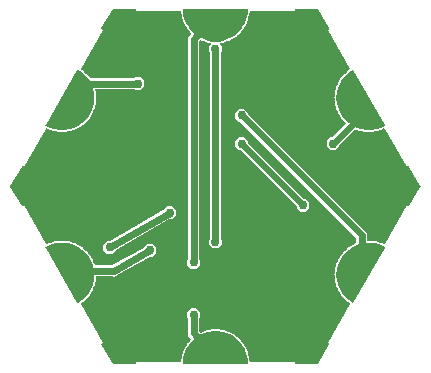
<source format=gbr>
G04 EAGLE Gerber RS-274X export*
G75*
%MOMM*%
%FSLAX34Y34*%
%LPD*%
%INBottom Copper*%
%IPPOS*%
%AMOC8*
5,1,8,0,0,1.08239X$1,22.5*%
G01*
%ADD10C,1.000000*%
%ADD11C,0.756400*%
%ADD12C,0.609600*%

G36*
X278630Y195708D02*
X278630Y195708D01*
X278658Y195706D01*
X278726Y195728D01*
X278797Y195742D01*
X278820Y195758D01*
X278847Y195767D01*
X278902Y195814D01*
X278961Y195855D01*
X278976Y195879D01*
X278998Y195897D01*
X279029Y195962D01*
X279068Y196022D01*
X279073Y196050D01*
X279085Y196076D01*
X279094Y196177D01*
X279101Y196219D01*
X279099Y196229D01*
X279100Y196242D01*
X278982Y197719D01*
X316815Y197719D01*
X316900Y197736D01*
X316985Y197748D01*
X316997Y197756D01*
X317011Y197758D01*
X317083Y197807D01*
X317157Y197852D01*
X317165Y197863D01*
X317177Y197871D01*
X317224Y197943D01*
X317275Y198014D01*
X317279Y198028D01*
X317286Y198039D01*
X317296Y198094D01*
X317320Y198188D01*
X317422Y199547D01*
X317413Y199617D01*
X317413Y199687D01*
X317401Y199718D01*
X317397Y199746D01*
X317372Y199790D01*
X317346Y199854D01*
X317343Y199859D01*
X317487Y200492D01*
X317488Y200526D01*
X317499Y200567D01*
X317547Y201214D01*
X317551Y201217D01*
X317595Y201273D01*
X317644Y201323D01*
X317657Y201353D01*
X317674Y201376D01*
X317688Y201425D01*
X317715Y201489D01*
X318242Y203799D01*
X318244Y203869D01*
X318254Y203939D01*
X318247Y203971D01*
X318247Y203999D01*
X318228Y204047D01*
X318213Y204114D01*
X318210Y204119D01*
X318447Y204723D01*
X318454Y204758D01*
X318470Y204796D01*
X318614Y205429D01*
X318619Y205431D01*
X318670Y205480D01*
X318727Y205522D01*
X318744Y205550D01*
X318764Y205570D01*
X318785Y205617D01*
X318821Y205676D01*
X319687Y207881D01*
X319699Y207951D01*
X319719Y208018D01*
X319717Y208051D01*
X319722Y208078D01*
X319710Y208129D01*
X319704Y208198D01*
X319703Y208203D01*
X320027Y208765D01*
X320039Y208798D01*
X320060Y208833D01*
X320297Y209437D01*
X320303Y209439D01*
X320360Y209480D01*
X320423Y209513D01*
X320444Y209538D01*
X320467Y209554D01*
X320494Y209598D01*
X320539Y209651D01*
X321724Y211702D01*
X321733Y211730D01*
X321736Y211735D01*
X321738Y211745D01*
X321746Y211769D01*
X321776Y211833D01*
X321779Y211866D01*
X321787Y211892D01*
X321784Y211944D01*
X321788Y212013D01*
X321788Y212018D01*
X322192Y212526D01*
X322208Y212557D01*
X322235Y212588D01*
X322559Y213150D01*
X322565Y213152D01*
X322628Y213183D01*
X322694Y213207D01*
X322719Y213228D01*
X322744Y213241D01*
X322778Y213280D01*
X322830Y213325D01*
X324307Y215178D01*
X324339Y215240D01*
X324379Y215299D01*
X324386Y215331D01*
X324399Y215356D01*
X324403Y215407D01*
X324417Y215475D01*
X324418Y215480D01*
X324893Y215922D01*
X324914Y215950D01*
X324945Y215977D01*
X325382Y216526D01*
X325395Y216530D01*
X325452Y216578D01*
X325513Y216621D01*
X325527Y216643D01*
X325547Y216660D01*
X325581Y216727D01*
X325621Y216790D01*
X325625Y216816D01*
X325637Y216840D01*
X325642Y216914D01*
X325654Y216988D01*
X325648Y217013D01*
X325650Y217040D01*
X325626Y217110D01*
X325609Y217183D01*
X325593Y217206D01*
X325585Y217229D01*
X325549Y217269D01*
X325506Y217331D01*
X323087Y219750D01*
X323087Y234348D01*
X323086Y234356D01*
X323087Y234363D01*
X323066Y234453D01*
X323048Y234544D01*
X323043Y234551D01*
X323041Y234558D01*
X322939Y234706D01*
X322353Y235292D01*
X322353Y239688D01*
X325462Y242797D01*
X329858Y242797D01*
X332967Y239688D01*
X332967Y235292D01*
X332381Y234706D01*
X332377Y234700D01*
X332371Y234695D01*
X332322Y234617D01*
X332270Y234539D01*
X332269Y234532D01*
X332265Y234525D01*
X332233Y234348D01*
X332233Y223748D01*
X332234Y223740D01*
X332233Y223733D01*
X332254Y223643D01*
X332272Y223552D01*
X332277Y223545D01*
X332279Y223538D01*
X332381Y223390D01*
X333282Y222488D01*
X333300Y222477D01*
X333313Y222460D01*
X333383Y222422D01*
X333449Y222378D01*
X333470Y222374D01*
X333488Y222363D01*
X333568Y222355D01*
X333646Y222340D01*
X333667Y222344D01*
X333687Y222342D01*
X333790Y222371D01*
X333842Y222382D01*
X333850Y222387D01*
X333861Y222390D01*
X334709Y222798D01*
X334765Y222841D01*
X334826Y222877D01*
X334846Y222902D01*
X334868Y222919D01*
X334894Y222964D01*
X334937Y223018D01*
X334940Y223023D01*
X335560Y223214D01*
X335590Y223231D01*
X335630Y223242D01*
X336215Y223524D01*
X336220Y223522D01*
X336290Y223512D01*
X336358Y223494D01*
X336391Y223498D01*
X336419Y223494D01*
X336469Y223508D01*
X336537Y223516D01*
X338801Y224214D01*
X338863Y224248D01*
X338929Y224274D01*
X338952Y224297D01*
X338977Y224310D01*
X339009Y224350D01*
X339060Y224398D01*
X339063Y224402D01*
X339704Y224499D01*
X339737Y224511D01*
X339778Y224516D01*
X340399Y224707D01*
X340403Y224704D01*
X340471Y224684D01*
X340536Y224657D01*
X340569Y224656D01*
X340596Y224648D01*
X340647Y224653D01*
X340716Y224651D01*
X343059Y225004D01*
X343125Y225029D01*
X343194Y225045D01*
X343221Y225063D01*
X343247Y225073D01*
X343285Y225108D01*
X343342Y225147D01*
X343346Y225151D01*
X343995Y225151D01*
X344029Y225158D01*
X344070Y225157D01*
X344712Y225254D01*
X344716Y225250D01*
X344780Y225221D01*
X344840Y225183D01*
X344872Y225177D01*
X344898Y225166D01*
X344949Y225164D01*
X345017Y225151D01*
X347387Y225151D01*
X347456Y225165D01*
X347526Y225171D01*
X347556Y225185D01*
X347583Y225191D01*
X347626Y225220D01*
X347688Y225250D01*
X347692Y225254D01*
X348334Y225157D01*
X348369Y225159D01*
X348409Y225151D01*
X349058Y225151D01*
X349062Y225147D01*
X349121Y225108D01*
X349175Y225062D01*
X349206Y225052D01*
X349229Y225036D01*
X349280Y225027D01*
X349345Y225004D01*
X351688Y224651D01*
X351759Y224655D01*
X351829Y224650D01*
X351860Y224660D01*
X351888Y224661D01*
X351935Y224684D01*
X352001Y224704D01*
X352005Y224707D01*
X352626Y224516D01*
X352660Y224512D01*
X352700Y224499D01*
X353341Y224402D01*
X353344Y224398D01*
X353397Y224350D01*
X353443Y224297D01*
X353472Y224282D01*
X353493Y224263D01*
X353542Y224246D01*
X353603Y224214D01*
X355867Y223516D01*
X355937Y223509D01*
X356006Y223494D01*
X356038Y223499D01*
X356066Y223496D01*
X356116Y223511D01*
X356184Y223522D01*
X356189Y223524D01*
X356774Y223242D01*
X356807Y223234D01*
X356844Y223214D01*
X357464Y223023D01*
X357467Y223018D01*
X357512Y222964D01*
X357550Y222904D01*
X357576Y222885D01*
X357594Y222863D01*
X357639Y222839D01*
X357695Y222798D01*
X359830Y221770D01*
X359898Y221753D01*
X359964Y221727D01*
X359997Y221728D01*
X360024Y221721D01*
X360075Y221728D01*
X360144Y221729D01*
X360150Y221730D01*
X360686Y221365D01*
X360718Y221351D01*
X360751Y221327D01*
X361336Y221045D01*
X361338Y221040D01*
X361374Y220979D01*
X361403Y220915D01*
X361426Y220892D01*
X361440Y220867D01*
X361482Y220837D01*
X361531Y220788D01*
X363488Y219454D01*
X363553Y219426D01*
X363615Y219391D01*
X363647Y219387D01*
X363673Y219376D01*
X363724Y219376D01*
X363793Y219366D01*
X363799Y219366D01*
X364274Y218925D01*
X364304Y218907D01*
X364334Y218877D01*
X364870Y218512D01*
X364871Y218507D01*
X364897Y218441D01*
X364916Y218373D01*
X364936Y218347D01*
X364946Y218321D01*
X364983Y218284D01*
X365024Y218229D01*
X366761Y216618D01*
X366821Y216581D01*
X366876Y216537D01*
X366908Y216528D01*
X366932Y216513D01*
X366983Y216505D01*
X367049Y216485D01*
X367055Y216485D01*
X367459Y215977D01*
X367486Y215955D01*
X367511Y215922D01*
X367986Y215480D01*
X367987Y215475D01*
X368003Y215406D01*
X368011Y215336D01*
X368027Y215307D01*
X368033Y215280D01*
X368064Y215239D01*
X368097Y215178D01*
X369574Y213325D01*
X369628Y213280D01*
X369676Y213229D01*
X369706Y213215D01*
X369727Y213197D01*
X369777Y213181D01*
X369839Y213152D01*
X369845Y213150D01*
X370169Y212588D01*
X370192Y212562D01*
X370212Y212526D01*
X370616Y212018D01*
X370616Y212013D01*
X370622Y211942D01*
X370620Y211872D01*
X370631Y211841D01*
X370633Y211813D01*
X370657Y211767D01*
X370680Y211702D01*
X371865Y209651D01*
X371912Y209598D01*
X371952Y209540D01*
X371979Y209521D01*
X371998Y209500D01*
X372044Y209478D01*
X372101Y209439D01*
X372107Y209437D01*
X372344Y208833D01*
X372362Y208804D01*
X372377Y208765D01*
X372701Y208203D01*
X372700Y208198D01*
X372695Y208127D01*
X372682Y208058D01*
X372689Y208026D01*
X372687Y207998D01*
X372704Y207949D01*
X372717Y207881D01*
X373583Y205676D01*
X373621Y205616D01*
X373652Y205553D01*
X373676Y205531D01*
X373691Y205507D01*
X373734Y205478D01*
X373785Y205431D01*
X373790Y205429D01*
X373934Y204796D01*
X373948Y204764D01*
X373957Y204723D01*
X374194Y204119D01*
X374191Y204114D01*
X374177Y204045D01*
X374154Y203979D01*
X374155Y203946D01*
X374149Y203918D01*
X374159Y203868D01*
X374162Y203799D01*
X374689Y201489D01*
X374718Y201425D01*
X374739Y201357D01*
X374760Y201332D01*
X374771Y201306D01*
X374809Y201271D01*
X374853Y201217D01*
X374857Y201214D01*
X374905Y200567D01*
X374915Y200533D01*
X374917Y200492D01*
X375061Y199859D01*
X375058Y199854D01*
X375033Y199788D01*
X375000Y199726D01*
X374997Y199693D01*
X374987Y199667D01*
X374989Y199615D01*
X374982Y199547D01*
X375084Y198188D01*
X375107Y198105D01*
X375126Y198020D01*
X375134Y198009D01*
X375138Y197995D01*
X375191Y197927D01*
X375242Y197857D01*
X375254Y197849D01*
X375262Y197838D01*
X375338Y197797D01*
X375412Y197751D01*
X375427Y197748D01*
X375438Y197742D01*
X375494Y197736D01*
X375589Y197719D01*
X413422Y197719D01*
X413304Y196242D01*
X413308Y196213D01*
X413303Y196185D01*
X413320Y196116D01*
X413328Y196044D01*
X413343Y196020D01*
X413349Y195992D01*
X413392Y195934D01*
X413428Y195872D01*
X413450Y195855D01*
X413467Y195832D01*
X413529Y195795D01*
X413586Y195752D01*
X413614Y195745D01*
X413638Y195730D01*
X413738Y195714D01*
X413779Y195703D01*
X413789Y195705D01*
X413802Y195703D01*
X432802Y195703D01*
X432878Y195718D01*
X432956Y195727D01*
X432975Y195738D01*
X432997Y195742D01*
X433061Y195786D01*
X433129Y195825D01*
X433145Y195844D01*
X433161Y195855D01*
X433185Y195893D01*
X433235Y195953D01*
X442735Y212453D01*
X442744Y212480D01*
X442760Y212504D01*
X442775Y212574D01*
X442798Y212642D01*
X442795Y212670D01*
X442801Y212698D01*
X442788Y212769D01*
X442782Y212840D01*
X442769Y212865D01*
X442763Y212893D01*
X442723Y212953D01*
X442690Y213016D01*
X442668Y213034D01*
X442652Y213058D01*
X442569Y213116D01*
X442537Y213143D01*
X442526Y213146D01*
X442516Y213153D01*
X441197Y213777D01*
X460088Y246497D01*
X460115Y246579D01*
X460147Y246660D01*
X460147Y246674D01*
X460152Y246687D01*
X460145Y246774D01*
X460144Y246860D01*
X460138Y246873D01*
X460137Y246887D01*
X460098Y246964D01*
X460062Y247044D01*
X460052Y247054D01*
X460046Y247066D01*
X460003Y247102D01*
X459934Y247170D01*
X458814Y247933D01*
X458749Y247960D01*
X458687Y247995D01*
X458655Y248000D01*
X458629Y248011D01*
X458577Y248011D01*
X458509Y248021D01*
X458503Y248021D01*
X458028Y248462D01*
X457998Y248480D01*
X457968Y248509D01*
X457432Y248874D01*
X457431Y248880D01*
X457404Y248945D01*
X457386Y249013D01*
X457366Y249039D01*
X457356Y249065D01*
X457319Y249102D01*
X457278Y249157D01*
X455539Y250770D01*
X455478Y250806D01*
X455423Y250850D01*
X455392Y250860D01*
X455368Y250874D01*
X455317Y250882D01*
X455250Y250902D01*
X455245Y250902D01*
X454840Y251410D01*
X454814Y251432D01*
X454789Y251465D01*
X454313Y251906D01*
X454313Y251912D01*
X454296Y251980D01*
X454288Y252051D01*
X454272Y252079D01*
X454266Y252107D01*
X454235Y252148D01*
X454202Y252209D01*
X452723Y254063D01*
X452669Y254108D01*
X452621Y254159D01*
X452591Y254173D01*
X452570Y254191D01*
X452520Y254207D01*
X452458Y254236D01*
X452452Y254238D01*
X452128Y254800D01*
X452105Y254826D01*
X452085Y254862D01*
X451680Y255369D01*
X451681Y255375D01*
X451675Y255445D01*
X451677Y255516D01*
X451666Y255547D01*
X451664Y255574D01*
X451640Y255620D01*
X451616Y255685D01*
X450430Y257739D01*
X450383Y257792D01*
X450343Y257850D01*
X450316Y257868D01*
X450297Y257889D01*
X450251Y257911D01*
X450193Y257950D01*
X450188Y257952D01*
X449951Y258556D01*
X449932Y258585D01*
X449918Y258624D01*
X449593Y259186D01*
X449595Y259191D01*
X449599Y259262D01*
X449612Y259331D01*
X449606Y259363D01*
X449607Y259391D01*
X449590Y259440D01*
X449577Y259508D01*
X448710Y261715D01*
X448672Y261774D01*
X448641Y261838D01*
X448616Y261860D01*
X448601Y261884D01*
X448559Y261913D01*
X448507Y261959D01*
X448503Y261962D01*
X448358Y262595D01*
X448344Y262626D01*
X448336Y262667D01*
X448099Y263271D01*
X448101Y263276D01*
X448116Y263345D01*
X448139Y263412D01*
X448137Y263445D01*
X448143Y263472D01*
X448133Y263523D01*
X448130Y263592D01*
X447602Y265904D01*
X447573Y265968D01*
X447552Y266035D01*
X447531Y266061D01*
X447519Y266086D01*
X447482Y266121D01*
X447438Y266175D01*
X447434Y266179D01*
X447385Y266826D01*
X447376Y266859D01*
X447374Y266901D01*
X447229Y267533D01*
X447232Y267538D01*
X447257Y267604D01*
X447290Y267667D01*
X447293Y267699D01*
X447303Y267726D01*
X447301Y267777D01*
X447308Y267846D01*
X447131Y270211D01*
X447111Y270278D01*
X447101Y270348D01*
X447084Y270377D01*
X447076Y270404D01*
X447044Y270444D01*
X447009Y270504D01*
X447005Y270508D01*
X447054Y271155D01*
X447049Y271189D01*
X447054Y271231D01*
X447005Y271878D01*
X447009Y271882D01*
X447043Y271943D01*
X447085Y272000D01*
X447093Y272032D01*
X447107Y272057D01*
X447113Y272108D01*
X447130Y272175D01*
X447306Y274540D01*
X447298Y274610D01*
X447297Y274680D01*
X447285Y274711D01*
X447281Y274739D01*
X447256Y274783D01*
X447230Y274847D01*
X447227Y274852D01*
X447371Y275485D01*
X447372Y275519D01*
X447382Y275560D01*
X447431Y276207D01*
X447435Y276210D01*
X447478Y276266D01*
X447528Y276316D01*
X447541Y276346D01*
X447558Y276369D01*
X447571Y276418D01*
X447598Y276482D01*
X448125Y278794D01*
X448127Y278864D01*
X448132Y278889D01*
X448131Y278891D01*
X448137Y278935D01*
X448130Y278966D01*
X448130Y278994D01*
X448112Y279043D01*
X448096Y279110D01*
X448093Y279115D01*
X448330Y279719D01*
X448336Y279753D01*
X448353Y279791D01*
X448497Y280424D01*
X448502Y280427D01*
X448553Y280476D01*
X448609Y280518D01*
X448626Y280546D01*
X448647Y280565D01*
X448667Y280612D01*
X448704Y280671D01*
X449569Y282879D01*
X449582Y282949D01*
X449602Y283016D01*
X449599Y283049D01*
X449604Y283076D01*
X449593Y283127D01*
X449587Y283196D01*
X449586Y283201D01*
X449910Y283763D01*
X449921Y283796D01*
X449943Y283831D01*
X450180Y284435D01*
X450185Y284438D01*
X450243Y284478D01*
X450305Y284511D01*
X450326Y284536D01*
X450349Y284553D01*
X450376Y284596D01*
X450421Y284649D01*
X451606Y286703D01*
X451629Y286770D01*
X451659Y286834D01*
X451661Y286866D01*
X451670Y286893D01*
X451666Y286944D01*
X451671Y287014D01*
X451670Y287019D01*
X452075Y287526D01*
X452091Y287557D01*
X452117Y287589D01*
X452442Y288151D01*
X452447Y288153D01*
X452510Y288184D01*
X452577Y288208D01*
X452601Y288229D01*
X452626Y288242D01*
X452660Y288281D01*
X452712Y288326D01*
X454190Y290181D01*
X454222Y290244D01*
X454262Y290302D01*
X454269Y290334D01*
X454282Y290359D01*
X454286Y290411D01*
X454300Y290478D01*
X454300Y290484D01*
X454776Y290925D01*
X454796Y290953D01*
X454828Y290981D01*
X455232Y291488D01*
X455237Y291489D01*
X455305Y291511D01*
X455374Y291524D01*
X455402Y291542D01*
X455428Y291550D01*
X455468Y291584D01*
X455526Y291621D01*
X457263Y293235D01*
X457305Y293292D01*
X457352Y293344D01*
X457364Y293375D01*
X457380Y293397D01*
X457392Y293448D01*
X457417Y293512D01*
X457418Y293518D01*
X457954Y293883D01*
X457978Y293908D01*
X458013Y293931D01*
X458489Y294372D01*
X458494Y294372D01*
X458564Y294383D01*
X458634Y294386D01*
X458664Y294400D01*
X458692Y294404D01*
X458736Y294432D01*
X458799Y294460D01*
X460758Y295796D01*
X460807Y295847D01*
X460862Y295891D01*
X460878Y295920D01*
X460898Y295940D01*
X460917Y295988D01*
X460951Y296048D01*
X460952Y296053D01*
X461537Y296335D01*
X461565Y296356D01*
X461603Y296373D01*
X462139Y296739D01*
X462144Y296738D01*
X462215Y296738D01*
X462285Y296731D01*
X462316Y296740D01*
X462344Y296740D01*
X462392Y296761D01*
X462458Y296779D01*
X464595Y297809D01*
X464651Y297851D01*
X464712Y297887D01*
X464732Y297913D01*
X464754Y297930D01*
X464780Y297974D01*
X464823Y298029D01*
X464825Y298034D01*
X465172Y298140D01*
X465198Y298155D01*
X465228Y298162D01*
X465286Y298203D01*
X465348Y298236D01*
X465367Y298260D01*
X465391Y298278D01*
X465429Y298338D01*
X465473Y298393D01*
X465481Y298422D01*
X465497Y298448D01*
X465512Y298532D01*
X465528Y298586D01*
X465525Y298604D01*
X465529Y298625D01*
X465529Y302494D01*
X465528Y302502D01*
X465529Y302509D01*
X465508Y302599D01*
X465490Y302690D01*
X465485Y302697D01*
X465483Y302704D01*
X465381Y302852D01*
X367288Y400945D01*
X367282Y400949D01*
X367277Y400955D01*
X367199Y401004D01*
X367122Y401056D01*
X367114Y401057D01*
X367107Y401061D01*
X366930Y401093D01*
X366102Y401093D01*
X362993Y404202D01*
X362993Y408598D01*
X366102Y411707D01*
X370498Y411707D01*
X373607Y408598D01*
X373607Y407770D01*
X373608Y407762D01*
X373607Y407755D01*
X373628Y407665D01*
X373646Y407574D01*
X373651Y407567D01*
X373653Y407560D01*
X373755Y407412D01*
X474675Y306492D01*
X474675Y300673D01*
X474676Y300668D01*
X474675Y300663D01*
X474696Y300570D01*
X474714Y300477D01*
X474717Y300472D01*
X474719Y300467D01*
X474773Y300390D01*
X474827Y300311D01*
X474831Y300308D01*
X474835Y300304D01*
X474916Y300253D01*
X474995Y300202D01*
X475000Y300201D01*
X475005Y300198D01*
X475182Y300166D01*
X477278Y300167D01*
X477348Y300181D01*
X477418Y300186D01*
X477447Y300201D01*
X477475Y300206D01*
X477518Y300235D01*
X477580Y300266D01*
X477584Y300269D01*
X478226Y300173D01*
X478260Y300174D01*
X478301Y300167D01*
X478950Y300167D01*
X478954Y300163D01*
X479013Y300124D01*
X479067Y300078D01*
X479098Y300068D01*
X479121Y300052D01*
X479172Y300043D01*
X479237Y300020D01*
X481582Y299668D01*
X481653Y299671D01*
X481723Y299666D01*
X481754Y299676D01*
X481782Y299678D01*
X481829Y299700D01*
X481874Y299714D01*
X481880Y299716D01*
X481883Y299717D01*
X481895Y299721D01*
X481900Y299724D01*
X482520Y299532D01*
X482554Y299529D01*
X482594Y299516D01*
X483235Y299419D01*
X483239Y299415D01*
X483291Y299367D01*
X483337Y299314D01*
X483366Y299299D01*
X483387Y299280D01*
X483436Y299263D01*
X483497Y299231D01*
X485764Y298533D01*
X485834Y298526D01*
X485903Y298511D01*
X485935Y298516D01*
X485963Y298513D01*
X486012Y298528D01*
X486081Y298539D01*
X486086Y298541D01*
X486671Y298259D01*
X486704Y298251D01*
X486741Y298232D01*
X487361Y298041D01*
X487364Y298036D01*
X487408Y297981D01*
X487446Y297922D01*
X487473Y297902D01*
X487491Y297881D01*
X487536Y297857D01*
X487592Y297816D01*
X488830Y297220D01*
X488914Y297199D01*
X488997Y297173D01*
X489011Y297174D01*
X489024Y297171D01*
X489110Y297184D01*
X489196Y297192D01*
X489209Y297198D01*
X489223Y297200D01*
X489296Y297245D01*
X489373Y297286D01*
X489383Y297298D01*
X489394Y297305D01*
X489427Y297349D01*
X489489Y297424D01*
X508381Y330145D01*
X509618Y329291D01*
X509645Y329280D01*
X509667Y329261D01*
X509736Y329241D01*
X509801Y329213D01*
X509830Y329213D01*
X509858Y329205D01*
X509929Y329213D01*
X510000Y329213D01*
X510027Y329224D01*
X510056Y329227D01*
X510118Y329262D01*
X510183Y329290D01*
X510204Y329310D01*
X510229Y329325D01*
X510292Y329402D01*
X510322Y329432D01*
X510326Y329442D01*
X510335Y329453D01*
X519835Y345953D01*
X519845Y345985D01*
X519854Y345998D01*
X519858Y346022D01*
X519859Y346026D01*
X519890Y346096D01*
X519890Y346120D01*
X519898Y346142D01*
X519892Y346218D01*
X519893Y346295D01*
X519883Y346319D01*
X519882Y346340D01*
X519861Y346379D01*
X519835Y346451D01*
X510335Y362951D01*
X510316Y362973D01*
X510303Y362999D01*
X510250Y363047D01*
X510203Y363100D01*
X510177Y363113D01*
X510156Y363132D01*
X510088Y363155D01*
X510024Y363186D01*
X509995Y363188D01*
X509968Y363197D01*
X509896Y363192D01*
X509825Y363195D01*
X509798Y363185D01*
X509769Y363183D01*
X509679Y363141D01*
X509639Y363126D01*
X509631Y363119D01*
X509618Y363113D01*
X508381Y362259D01*
X489489Y394980D01*
X489432Y395045D01*
X489378Y395113D01*
X489366Y395120D01*
X489357Y395131D01*
X489279Y395168D01*
X489203Y395210D01*
X489189Y395212D01*
X489176Y395218D01*
X489090Y395222D01*
X489004Y395232D01*
X488989Y395228D01*
X488976Y395228D01*
X488924Y395210D01*
X488830Y395184D01*
X487592Y394588D01*
X487536Y394545D01*
X487475Y394510D01*
X487455Y394484D01*
X487432Y394467D01*
X487406Y394422D01*
X487364Y394368D01*
X487361Y394363D01*
X486741Y394172D01*
X486711Y394156D01*
X486671Y394145D01*
X486086Y393863D01*
X486081Y393865D01*
X486011Y393875D01*
X485942Y393893D01*
X485910Y393889D01*
X485882Y393893D01*
X485832Y393879D01*
X485764Y393871D01*
X483497Y393173D01*
X483435Y393139D01*
X483370Y393113D01*
X483346Y393090D01*
X483321Y393077D01*
X483289Y393037D01*
X483239Y392989D01*
X483235Y392985D01*
X482594Y392888D01*
X482561Y392877D01*
X482520Y392872D01*
X481900Y392680D01*
X481895Y392683D01*
X481827Y392703D01*
X481762Y392731D01*
X481730Y392732D01*
X481703Y392740D01*
X481651Y392734D01*
X481582Y392736D01*
X479237Y392384D01*
X479171Y392360D01*
X479102Y392343D01*
X479075Y392325D01*
X479049Y392315D01*
X479011Y392280D01*
X478954Y392241D01*
X478950Y392237D01*
X478301Y392237D01*
X478267Y392230D01*
X478226Y392231D01*
X477584Y392135D01*
X477580Y392138D01*
X477516Y392168D01*
X477456Y392205D01*
X477423Y392211D01*
X477398Y392223D01*
X477346Y392225D01*
X477278Y392237D01*
X474907Y392238D01*
X474838Y392224D01*
X474767Y392219D01*
X474738Y392204D01*
X474711Y392199D01*
X474668Y392170D01*
X474606Y392139D01*
X474601Y392136D01*
X473960Y392233D01*
X473925Y392231D01*
X473884Y392239D01*
X473235Y392239D01*
X473231Y392243D01*
X473173Y392282D01*
X473119Y392327D01*
X473088Y392338D01*
X473064Y392354D01*
X473014Y392363D01*
X472948Y392386D01*
X470604Y392740D01*
X470533Y392736D01*
X470463Y392741D01*
X470431Y392731D01*
X470403Y392730D01*
X470357Y392708D01*
X470291Y392687D01*
X470286Y392684D01*
X469666Y392876D01*
X469632Y392879D01*
X469592Y392893D01*
X468950Y392989D01*
X468947Y392994D01*
X468895Y393041D01*
X468849Y393095D01*
X468819Y393110D01*
X468799Y393129D01*
X468750Y393146D01*
X468689Y393178D01*
X466423Y393877D01*
X466353Y393884D01*
X466284Y393900D01*
X466251Y393895D01*
X466223Y393897D01*
X466174Y393882D01*
X466106Y393871D01*
X466101Y393870D01*
X465516Y394151D01*
X465482Y394160D01*
X465446Y394179D01*
X464745Y394395D01*
X464662Y394404D01*
X464580Y394418D01*
X464563Y394414D01*
X464545Y394416D01*
X464465Y394391D01*
X464384Y394372D01*
X464369Y394362D01*
X464354Y394357D01*
X464310Y394321D01*
X464236Y394269D01*
X451225Y381258D01*
X451221Y381252D01*
X451215Y381247D01*
X451166Y381169D01*
X451114Y381092D01*
X451113Y381084D01*
X451109Y381077D01*
X451077Y380900D01*
X451077Y380072D01*
X447968Y376963D01*
X443572Y376963D01*
X440463Y380072D01*
X440463Y384468D01*
X443572Y387577D01*
X444400Y387577D01*
X444408Y387578D01*
X444415Y387577D01*
X444505Y387598D01*
X444596Y387616D01*
X444603Y387621D01*
X444610Y387623D01*
X444758Y387725D01*
X456341Y399308D01*
X456349Y399320D01*
X456361Y399329D01*
X456404Y399403D01*
X456452Y399475D01*
X456455Y399489D01*
X456462Y399502D01*
X456473Y399587D01*
X456490Y399672D01*
X456487Y399686D01*
X456488Y399701D01*
X456466Y399784D01*
X456448Y399868D01*
X456440Y399880D01*
X456436Y399894D01*
X456356Y400001D01*
X456334Y400032D01*
X456330Y400035D01*
X456328Y400038D01*
X455526Y400783D01*
X455466Y400820D01*
X455410Y400863D01*
X455379Y400873D01*
X455355Y400887D01*
X455304Y400895D01*
X455237Y400915D01*
X455232Y400916D01*
X454828Y401423D01*
X454801Y401446D01*
X454776Y401479D01*
X454300Y401920D01*
X454300Y401926D01*
X454284Y401995D01*
X454276Y402065D01*
X454260Y402093D01*
X454253Y402121D01*
X454223Y402162D01*
X454190Y402223D01*
X452712Y404078D01*
X452658Y404123D01*
X452610Y404175D01*
X452580Y404189D01*
X452559Y404207D01*
X452510Y404222D01*
X452447Y404251D01*
X452442Y404253D01*
X452117Y404815D01*
X452094Y404841D01*
X452075Y404878D01*
X451670Y405385D01*
X451671Y405390D01*
X451665Y405461D01*
X451667Y405531D01*
X451656Y405562D01*
X451654Y405590D01*
X451630Y405636D01*
X451606Y405701D01*
X450421Y407755D01*
X450374Y407808D01*
X450334Y407866D01*
X450307Y407884D01*
X450289Y407905D01*
X450242Y407928D01*
X450185Y407966D01*
X450180Y407969D01*
X449943Y408573D01*
X449924Y408602D01*
X449910Y408641D01*
X449586Y409203D01*
X449587Y409208D01*
X449592Y409279D01*
X449604Y409348D01*
X449598Y409380D01*
X449600Y409408D01*
X449583Y409457D01*
X449569Y409525D01*
X448704Y411733D01*
X448666Y411792D01*
X448635Y411855D01*
X448610Y411878D01*
X448595Y411901D01*
X448553Y411930D01*
X448502Y411977D01*
X448497Y411980D01*
X448353Y412613D01*
X448338Y412644D01*
X448330Y412685D01*
X448093Y413289D01*
X448096Y413294D01*
X448111Y413363D01*
X448134Y413430D01*
X448132Y413463D01*
X448138Y413490D01*
X448129Y413541D01*
X448125Y413610D01*
X447598Y415922D01*
X447570Y415986D01*
X447548Y416054D01*
X447528Y416079D01*
X447516Y416105D01*
X447478Y416140D01*
X447435Y416194D01*
X447431Y416197D01*
X447382Y416844D01*
X447373Y416878D01*
X447371Y416919D01*
X447227Y417552D01*
X447230Y417557D01*
X447255Y417623D01*
X447288Y417685D01*
X447291Y417718D01*
X447301Y417744D01*
X447299Y417796D01*
X447306Y417864D01*
X447130Y420229D01*
X447111Y420297D01*
X447100Y420367D01*
X447083Y420395D01*
X447076Y420422D01*
X447044Y420462D01*
X447009Y420522D01*
X447005Y420526D01*
X447054Y421173D01*
X447049Y421208D01*
X447054Y421249D01*
X447005Y421896D01*
X447009Y421900D01*
X447044Y421962D01*
X447085Y422019D01*
X447094Y422051D01*
X447107Y422075D01*
X447113Y422127D01*
X447131Y422193D01*
X447308Y424558D01*
X447300Y424628D01*
X447299Y424699D01*
X447287Y424729D01*
X447284Y424757D01*
X447258Y424802D01*
X447232Y424866D01*
X447229Y424871D01*
X447374Y425503D01*
X447375Y425538D01*
X447385Y425578D01*
X447434Y426225D01*
X447438Y426229D01*
X447482Y426285D01*
X447531Y426335D01*
X447544Y426365D01*
X447561Y426387D01*
X447575Y426437D01*
X447602Y426500D01*
X448130Y428812D01*
X448132Y428883D01*
X448142Y428953D01*
X448135Y428984D01*
X448135Y429012D01*
X448117Y429061D01*
X448101Y429128D01*
X448099Y429133D01*
X448336Y429737D01*
X448342Y429771D01*
X448358Y429809D01*
X448503Y430442D01*
X448507Y430445D01*
X448559Y430493D01*
X448615Y430536D01*
X448632Y430563D01*
X448653Y430583D01*
X448674Y430630D01*
X448710Y430689D01*
X449577Y432896D01*
X449589Y432966D01*
X449610Y433033D01*
X449607Y433066D01*
X449612Y433093D01*
X449601Y433144D01*
X449595Y433213D01*
X449593Y433218D01*
X449918Y433780D01*
X449929Y433813D01*
X449951Y433848D01*
X450188Y434452D01*
X450193Y434454D01*
X450251Y434495D01*
X450313Y434528D01*
X450335Y434553D01*
X450358Y434569D01*
X450385Y434613D01*
X450430Y434665D01*
X451616Y436719D01*
X451639Y436786D01*
X451669Y436849D01*
X451671Y436882D01*
X451680Y436909D01*
X451676Y436960D01*
X451681Y437029D01*
X451680Y437035D01*
X452085Y437542D01*
X452101Y437573D01*
X452128Y437604D01*
X452452Y438166D01*
X452458Y438168D01*
X452502Y438190D01*
X452527Y438195D01*
X452547Y438208D01*
X452588Y438223D01*
X452612Y438244D01*
X452637Y438257D01*
X452665Y438288D01*
X452693Y438307D01*
X452704Y438324D01*
X452723Y438341D01*
X454202Y440195D01*
X454234Y440258D01*
X454274Y440316D01*
X454281Y440348D01*
X454294Y440373D01*
X454298Y440425D01*
X454313Y440492D01*
X454313Y440498D01*
X454789Y440939D01*
X454809Y440967D01*
X454840Y440994D01*
X455245Y441502D01*
X455250Y441502D01*
X455318Y441524D01*
X455387Y441537D01*
X455415Y441555D01*
X455441Y441564D01*
X455481Y441597D01*
X455539Y441634D01*
X457278Y443247D01*
X457319Y443304D01*
X457367Y443356D01*
X457378Y443387D01*
X457395Y443409D01*
X457406Y443460D01*
X457431Y443524D01*
X457432Y443530D01*
X457968Y443895D01*
X457993Y443920D01*
X458028Y443942D01*
X458503Y444384D01*
X458509Y444383D01*
X458579Y444395D01*
X458649Y444398D01*
X458679Y444411D01*
X458707Y444415D01*
X458751Y444443D01*
X458814Y444471D01*
X459934Y445234D01*
X459994Y445296D01*
X460058Y445355D01*
X460064Y445368D01*
X460074Y445378D01*
X460106Y445458D01*
X460142Y445537D01*
X460143Y445551D01*
X460148Y445564D01*
X460146Y445651D01*
X460149Y445737D01*
X460144Y445751D01*
X460143Y445764D01*
X460121Y445815D01*
X460088Y445907D01*
X441197Y478627D01*
X442516Y479251D01*
X442538Y479268D01*
X442565Y479278D01*
X442617Y479327D01*
X442675Y479370D01*
X442689Y479395D01*
X442710Y479414D01*
X442739Y479480D01*
X442775Y479542D01*
X442778Y479570D01*
X442790Y479596D01*
X442791Y479668D01*
X442800Y479739D01*
X442792Y479766D01*
X442793Y479795D01*
X442757Y479890D01*
X442746Y479930D01*
X442739Y479939D01*
X442735Y479951D01*
X433235Y496451D01*
X433183Y496510D01*
X433137Y496572D01*
X433118Y496583D01*
X433103Y496600D01*
X433033Y496634D01*
X432966Y496674D01*
X432942Y496678D01*
X432924Y496686D01*
X432879Y496688D01*
X432802Y496701D01*
X413802Y496701D01*
X413774Y496696D01*
X413746Y496698D01*
X413678Y496676D01*
X413607Y496662D01*
X413584Y496646D01*
X413557Y496637D01*
X413502Y496590D01*
X413443Y496549D01*
X413428Y496525D01*
X413407Y496507D01*
X413375Y496442D01*
X413336Y496382D01*
X413331Y496354D01*
X413319Y496328D01*
X413310Y496227D01*
X413303Y496185D01*
X413305Y496175D01*
X413304Y496162D01*
X413422Y494685D01*
X375589Y494685D01*
X375504Y494668D01*
X375419Y494656D01*
X375407Y494648D01*
X375393Y494646D01*
X375321Y494597D01*
X375247Y494552D01*
X375239Y494541D01*
X375227Y494533D01*
X375180Y494461D01*
X375129Y494390D01*
X375125Y494376D01*
X375118Y494365D01*
X375108Y494310D01*
X375084Y494216D01*
X374982Y492857D01*
X374991Y492787D01*
X374991Y492717D01*
X375003Y492686D01*
X375007Y492658D01*
X375032Y492614D01*
X375058Y492550D01*
X375061Y492545D01*
X374917Y491912D01*
X374916Y491878D01*
X374905Y491837D01*
X374857Y491190D01*
X374853Y491187D01*
X374809Y491131D01*
X374760Y491081D01*
X374747Y491051D01*
X374730Y491029D01*
X374716Y490979D01*
X374689Y490915D01*
X374162Y488605D01*
X374160Y488535D01*
X374150Y488465D01*
X374157Y488433D01*
X374157Y488405D01*
X374175Y488357D01*
X374191Y488290D01*
X374194Y488285D01*
X373957Y487681D01*
X373950Y487646D01*
X373934Y487608D01*
X373790Y486975D01*
X373785Y486973D01*
X373734Y486924D01*
X373677Y486882D01*
X373660Y486854D01*
X373640Y486834D01*
X373619Y486787D01*
X373583Y486728D01*
X372717Y484523D01*
X372705Y484453D01*
X372685Y484386D01*
X372687Y484353D01*
X372682Y484326D01*
X372694Y484275D01*
X372700Y484206D01*
X372701Y484201D01*
X372377Y483639D01*
X372365Y483606D01*
X372344Y483571D01*
X372107Y482967D01*
X372101Y482965D01*
X372044Y482924D01*
X371981Y482891D01*
X371960Y482866D01*
X371937Y482850D01*
X371910Y482806D01*
X371865Y482753D01*
X370680Y480702D01*
X370658Y480635D01*
X370628Y480571D01*
X370625Y480538D01*
X370617Y480512D01*
X370620Y480460D01*
X370616Y480391D01*
X370616Y480386D01*
X370212Y479878D01*
X370196Y479847D01*
X370169Y479816D01*
X369845Y479254D01*
X369839Y479252D01*
X369776Y479221D01*
X369710Y479197D01*
X369685Y479176D01*
X369660Y479163D01*
X369626Y479124D01*
X369590Y479092D01*
X369587Y479090D01*
X369586Y479089D01*
X369574Y479079D01*
X368097Y477226D01*
X368065Y477164D01*
X368025Y477105D01*
X368018Y477073D01*
X368005Y477048D01*
X368001Y476997D01*
X367987Y476929D01*
X367986Y476924D01*
X367511Y476482D01*
X367490Y476454D01*
X367459Y476427D01*
X367055Y475919D01*
X367049Y475919D01*
X366982Y475897D01*
X366913Y475884D01*
X366885Y475866D01*
X366858Y475857D01*
X366819Y475824D01*
X366761Y475786D01*
X365024Y474175D01*
X364983Y474118D01*
X364935Y474066D01*
X364923Y474035D01*
X364907Y474012D01*
X364895Y473962D01*
X364871Y473897D01*
X364870Y473892D01*
X364334Y473527D01*
X364309Y473502D01*
X364274Y473479D01*
X363799Y473038D01*
X363793Y473038D01*
X363724Y473027D01*
X363653Y473024D01*
X363623Y473010D01*
X363595Y473006D01*
X363552Y472979D01*
X363488Y472950D01*
X361531Y471616D01*
X361482Y471565D01*
X361427Y471521D01*
X361411Y471492D01*
X361391Y471472D01*
X361372Y471424D01*
X361338Y471364D01*
X361336Y471359D01*
X360751Y471077D01*
X360724Y471056D01*
X360686Y471039D01*
X360150Y470674D01*
X360144Y470675D01*
X360074Y470674D01*
X360003Y470682D01*
X359972Y470673D01*
X359944Y470673D01*
X359897Y470652D01*
X359830Y470634D01*
X357695Y469606D01*
X357639Y469563D01*
X357578Y469527D01*
X357558Y469502D01*
X357536Y469485D01*
X357510Y469440D01*
X357467Y469386D01*
X357464Y469381D01*
X356844Y469190D01*
X356814Y469173D01*
X356774Y469162D01*
X356189Y468880D01*
X356184Y468882D01*
X356114Y468892D01*
X356046Y468910D01*
X356013Y468906D01*
X355985Y468910D01*
X355935Y468896D01*
X355867Y468888D01*
X353603Y468190D01*
X353541Y468156D01*
X353475Y468130D01*
X353452Y468107D01*
X353427Y468094D01*
X353395Y468054D01*
X353344Y468006D01*
X353341Y468002D01*
X352700Y467905D01*
X352667Y467893D01*
X352626Y467888D01*
X352005Y467697D01*
X352001Y467700D01*
X351933Y467720D01*
X351868Y467747D01*
X351835Y467748D01*
X351808Y467756D01*
X351757Y467751D01*
X351688Y467753D01*
X350122Y467517D01*
X350060Y467494D01*
X349996Y467481D01*
X349967Y467460D01*
X349933Y467448D01*
X349885Y467404D01*
X349831Y467366D01*
X349812Y467336D01*
X349786Y467312D01*
X349759Y467252D01*
X349724Y467197D01*
X349718Y467162D01*
X349703Y467130D01*
X349701Y467064D01*
X349690Y466999D01*
X349698Y466965D01*
X349697Y466929D01*
X349721Y466868D01*
X349736Y466804D01*
X349758Y466773D01*
X349770Y466742D01*
X349803Y466708D01*
X349839Y466656D01*
X351509Y464986D01*
X351509Y460590D01*
X350923Y460004D01*
X350919Y459998D01*
X350913Y459993D01*
X350864Y459915D01*
X350812Y459837D01*
X350811Y459830D01*
X350807Y459823D01*
X350775Y459646D01*
X350775Y302100D01*
X350776Y302092D01*
X350775Y302085D01*
X350796Y301995D01*
X350814Y301904D01*
X350819Y301897D01*
X350821Y301890D01*
X350923Y301742D01*
X351509Y301156D01*
X351509Y296760D01*
X348400Y293651D01*
X344004Y293651D01*
X340895Y296760D01*
X340895Y301156D01*
X341481Y301742D01*
X341485Y301748D01*
X341491Y301753D01*
X341540Y301831D01*
X341592Y301909D01*
X341593Y301916D01*
X341597Y301923D01*
X341629Y302100D01*
X341629Y459646D01*
X341628Y459654D01*
X341629Y459661D01*
X341608Y459751D01*
X341590Y459842D01*
X341585Y459849D01*
X341583Y459856D01*
X341481Y460004D01*
X340895Y460590D01*
X340895Y464986D01*
X342565Y466656D01*
X342602Y466711D01*
X342645Y466760D01*
X342657Y466794D01*
X342676Y466823D01*
X342689Y466888D01*
X342710Y466950D01*
X342707Y466985D01*
X342714Y467020D01*
X342700Y467084D01*
X342696Y467150D01*
X342680Y467181D01*
X342672Y467216D01*
X342635Y467270D01*
X342606Y467329D01*
X342578Y467352D01*
X342558Y467381D01*
X342503Y467416D01*
X342453Y467459D01*
X342416Y467471D01*
X342389Y467488D01*
X342341Y467496D01*
X342282Y467517D01*
X340716Y467753D01*
X340645Y467749D01*
X340575Y467754D01*
X340544Y467744D01*
X340516Y467743D01*
X340469Y467720D01*
X340403Y467700D01*
X340399Y467697D01*
X339778Y467888D01*
X339744Y467892D01*
X339704Y467905D01*
X339063Y468002D01*
X339060Y468006D01*
X339007Y468054D01*
X338961Y468107D01*
X338932Y468122D01*
X338911Y468141D01*
X338862Y468158D01*
X338801Y468190D01*
X336537Y468888D01*
X336467Y468895D01*
X336398Y468910D01*
X336366Y468905D01*
X336338Y468908D01*
X336288Y468893D01*
X336220Y468882D01*
X336215Y468880D01*
X335630Y469162D01*
X335597Y469170D01*
X335560Y469190D01*
X334940Y469381D01*
X334937Y469386D01*
X334892Y469440D01*
X334854Y469500D01*
X334828Y469519D01*
X334810Y469541D01*
X334765Y469565D01*
X334709Y469606D01*
X333861Y470014D01*
X333841Y470019D01*
X333823Y470030D01*
X333744Y470044D01*
X333667Y470063D01*
X333646Y470060D01*
X333625Y470064D01*
X333548Y470046D01*
X333469Y470034D01*
X333451Y470023D01*
X333430Y470018D01*
X333343Y469958D01*
X333297Y469930D01*
X333291Y469922D01*
X333282Y469916D01*
X332381Y469014D01*
X332377Y469008D01*
X332371Y469003D01*
X332322Y468925D01*
X332270Y468848D01*
X332269Y468840D01*
X332265Y468833D01*
X332233Y468656D01*
X332233Y285082D01*
X332234Y285074D01*
X332233Y285067D01*
X332254Y284977D01*
X332272Y284886D01*
X332277Y284879D01*
X332279Y284872D01*
X332381Y284724D01*
X332967Y284138D01*
X332967Y279742D01*
X329858Y276633D01*
X325462Y276633D01*
X322353Y279742D01*
X322353Y284138D01*
X322939Y284724D01*
X322943Y284730D01*
X322949Y284735D01*
X322998Y284813D01*
X323050Y284891D01*
X323051Y284898D01*
X323055Y284905D01*
X323087Y285082D01*
X323087Y472654D01*
X325506Y475073D01*
X325548Y475135D01*
X325595Y475193D01*
X325603Y475218D01*
X325617Y475240D01*
X325631Y475313D01*
X325652Y475385D01*
X325650Y475411D01*
X325655Y475437D01*
X325639Y475510D01*
X325631Y475584D01*
X325618Y475607D01*
X325613Y475633D01*
X325570Y475694D01*
X325534Y475760D01*
X325514Y475776D01*
X325499Y475797D01*
X325436Y475838D01*
X325379Y475882D01*
X324945Y476427D01*
X324918Y476449D01*
X324893Y476482D01*
X324418Y476924D01*
X324417Y476929D01*
X324401Y476998D01*
X324393Y477068D01*
X324377Y477097D01*
X324371Y477124D01*
X324340Y477165D01*
X324307Y477226D01*
X322830Y479079D01*
X322808Y479097D01*
X322803Y479105D01*
X322788Y479113D01*
X322776Y479124D01*
X322728Y479175D01*
X322698Y479189D01*
X322677Y479207D01*
X322627Y479223D01*
X322565Y479252D01*
X322559Y479254D01*
X322235Y479816D01*
X322212Y479842D01*
X322192Y479878D01*
X321788Y480386D01*
X321788Y480391D01*
X321782Y480462D01*
X321784Y480532D01*
X321773Y480563D01*
X321771Y480591D01*
X321747Y480637D01*
X321724Y480702D01*
X320539Y482753D01*
X320492Y482806D01*
X320452Y482864D01*
X320425Y482883D01*
X320406Y482904D01*
X320360Y482926D01*
X320303Y482965D01*
X320297Y482967D01*
X320060Y483571D01*
X320042Y483600D01*
X320027Y483639D01*
X319703Y484201D01*
X319704Y484206D01*
X319709Y484277D01*
X319722Y484346D01*
X319715Y484378D01*
X319717Y484406D01*
X319700Y484455D01*
X319687Y484523D01*
X318821Y486728D01*
X318783Y486788D01*
X318752Y486851D01*
X318728Y486873D01*
X318713Y486897D01*
X318670Y486926D01*
X318619Y486973D01*
X318614Y486975D01*
X318470Y487608D01*
X318456Y487640D01*
X318447Y487681D01*
X318210Y488285D01*
X318213Y488290D01*
X318227Y488359D01*
X318250Y488425D01*
X318249Y488458D01*
X318255Y488486D01*
X318245Y488536D01*
X318242Y488605D01*
X317715Y490915D01*
X317686Y490979D01*
X317665Y491047D01*
X317644Y491072D01*
X317633Y491098D01*
X317595Y491133D01*
X317551Y491187D01*
X317547Y491190D01*
X317499Y491837D01*
X317489Y491871D01*
X317487Y491912D01*
X317343Y492545D01*
X317346Y492550D01*
X317371Y492616D01*
X317404Y492678D01*
X317407Y492711D01*
X317417Y492737D01*
X317415Y492788D01*
X317422Y492857D01*
X317320Y494216D01*
X317297Y494299D01*
X317278Y494384D01*
X317270Y494395D01*
X317266Y494409D01*
X317212Y494477D01*
X317162Y494547D01*
X317150Y494555D01*
X317142Y494566D01*
X317065Y494608D01*
X316992Y494653D01*
X316977Y494656D01*
X316966Y494662D01*
X316910Y494668D01*
X316815Y494685D01*
X278982Y494685D01*
X279100Y496162D01*
X279096Y496191D01*
X279101Y496219D01*
X279084Y496288D01*
X279076Y496360D01*
X279062Y496384D01*
X279055Y496412D01*
X279012Y496470D01*
X278977Y496532D01*
X278954Y496549D01*
X278937Y496572D01*
X278875Y496609D01*
X278818Y496652D01*
X278790Y496659D01*
X278766Y496674D01*
X278666Y496690D01*
X278625Y496701D01*
X278615Y496699D01*
X278602Y496701D01*
X259602Y496701D01*
X259526Y496686D01*
X259448Y496677D01*
X259429Y496666D01*
X259407Y496662D01*
X259343Y496618D01*
X259275Y496579D01*
X259259Y496560D01*
X259243Y496549D01*
X259219Y496511D01*
X259169Y496451D01*
X249669Y479951D01*
X249660Y479924D01*
X249644Y479900D01*
X249629Y479830D01*
X249606Y479762D01*
X249609Y479734D01*
X249603Y479706D01*
X249617Y479636D01*
X249622Y479564D01*
X249635Y479539D01*
X249641Y479511D01*
X249681Y479451D01*
X249714Y479388D01*
X249736Y479370D01*
X249752Y479346D01*
X249835Y479288D01*
X249867Y479261D01*
X249878Y479258D01*
X249889Y479251D01*
X251207Y478627D01*
X232316Y445907D01*
X232289Y445825D01*
X232257Y445744D01*
X232257Y445730D01*
X232252Y445717D01*
X232259Y445630D01*
X232260Y445544D01*
X232266Y445531D01*
X232267Y445517D01*
X232306Y445440D01*
X232342Y445360D01*
X232352Y445350D01*
X232358Y445338D01*
X232401Y445303D01*
X232470Y445234D01*
X233590Y444471D01*
X233655Y444444D01*
X233717Y444409D01*
X233749Y444404D01*
X233775Y444393D01*
X233827Y444393D01*
X233895Y444383D01*
X233901Y444384D01*
X234376Y443942D01*
X234406Y443924D01*
X234436Y443895D01*
X234972Y443530D01*
X234973Y443524D01*
X235000Y443459D01*
X235018Y443391D01*
X235038Y443365D01*
X235048Y443339D01*
X235085Y443302D01*
X235126Y443247D01*
X236865Y441634D01*
X236925Y441598D01*
X236981Y441554D01*
X237012Y441544D01*
X237036Y441530D01*
X237087Y441522D01*
X237154Y441502D01*
X237159Y441502D01*
X237564Y440994D01*
X237590Y440972D01*
X237615Y440939D01*
X238091Y440498D01*
X238091Y440492D01*
X238108Y440424D01*
X238116Y440353D01*
X238132Y440325D01*
X238138Y440297D01*
X238169Y440256D01*
X238202Y440195D01*
X239681Y438341D01*
X239708Y438319D01*
X239726Y438293D01*
X239754Y438276D01*
X239783Y438245D01*
X239813Y438231D01*
X239834Y438213D01*
X239877Y438199D01*
X239896Y438187D01*
X239910Y438185D01*
X239946Y438168D01*
X239952Y438166D01*
X240108Y437896D01*
X240157Y437841D01*
X240199Y437781D01*
X240222Y437766D01*
X240240Y437746D01*
X240307Y437714D01*
X240370Y437675D01*
X240398Y437670D01*
X240421Y437659D01*
X240474Y437656D01*
X240547Y437643D01*
X277528Y437643D01*
X277536Y437644D01*
X277543Y437643D01*
X277633Y437664D01*
X277724Y437682D01*
X277731Y437687D01*
X277738Y437689D01*
X277886Y437791D01*
X278472Y438377D01*
X282868Y438377D01*
X285977Y435268D01*
X285977Y430872D01*
X282868Y427763D01*
X278472Y427763D01*
X277886Y428349D01*
X277880Y428353D01*
X277875Y428359D01*
X277797Y428408D01*
X277719Y428460D01*
X277712Y428461D01*
X277705Y428465D01*
X277528Y428497D01*
X244982Y428497D01*
X244921Y428485D01*
X244859Y428482D01*
X244824Y428465D01*
X244785Y428458D01*
X244734Y428423D01*
X244678Y428396D01*
X244652Y428367D01*
X244620Y428345D01*
X244586Y428293D01*
X244544Y428247D01*
X244532Y428210D01*
X244510Y428177D01*
X244499Y428116D01*
X244479Y428057D01*
X244481Y428015D01*
X244475Y427980D01*
X244485Y427935D01*
X244487Y427877D01*
X244802Y426500D01*
X244831Y426436D01*
X244852Y426369D01*
X244873Y426343D01*
X244885Y426318D01*
X244922Y426283D01*
X244966Y426229D01*
X244970Y426225D01*
X245019Y425578D01*
X245028Y425545D01*
X245030Y425503D01*
X245175Y424871D01*
X245172Y424866D01*
X245147Y424800D01*
X245114Y424737D01*
X245111Y424705D01*
X245101Y424678D01*
X245103Y424627D01*
X245096Y424558D01*
X245273Y422193D01*
X245293Y422126D01*
X245303Y422056D01*
X245320Y422027D01*
X245328Y422000D01*
X245360Y421960D01*
X245395Y421900D01*
X245399Y421896D01*
X245350Y421249D01*
X245355Y421215D01*
X245350Y421173D01*
X245399Y420526D01*
X245395Y420522D01*
X245361Y420461D01*
X245319Y420404D01*
X245311Y420372D01*
X245297Y420347D01*
X245291Y420296D01*
X245274Y420229D01*
X245098Y417864D01*
X245106Y417794D01*
X245107Y417724D01*
X245119Y417693D01*
X245123Y417665D01*
X245148Y417621D01*
X245174Y417557D01*
X245177Y417552D01*
X245033Y416919D01*
X245032Y416885D01*
X245022Y416844D01*
X244973Y416197D01*
X244969Y416194D01*
X244926Y416138D01*
X244876Y416088D01*
X244863Y416058D01*
X244846Y416035D01*
X244833Y415985D01*
X244806Y415922D01*
X244279Y413610D01*
X244277Y413539D01*
X244267Y413469D01*
X244274Y413438D01*
X244274Y413410D01*
X244292Y413361D01*
X244308Y413294D01*
X244311Y413289D01*
X244074Y412685D01*
X244068Y412651D01*
X244051Y412613D01*
X243907Y411980D01*
X243902Y411977D01*
X243851Y411928D01*
X243795Y411886D01*
X243778Y411858D01*
X243757Y411839D01*
X243737Y411792D01*
X243700Y411733D01*
X242835Y409525D01*
X242822Y409455D01*
X242802Y409388D01*
X242805Y409355D01*
X242800Y409328D01*
X242811Y409277D01*
X242817Y409208D01*
X242818Y409203D01*
X242494Y408641D01*
X242483Y408608D01*
X242461Y408573D01*
X242224Y407969D01*
X242219Y407966D01*
X242161Y407926D01*
X242099Y407893D01*
X242078Y407868D01*
X242055Y407851D01*
X242028Y407808D01*
X241983Y407755D01*
X240798Y405701D01*
X240775Y405634D01*
X240745Y405570D01*
X240743Y405537D01*
X240734Y405511D01*
X240738Y405459D01*
X240733Y405390D01*
X240734Y405385D01*
X240329Y404878D01*
X240314Y404847D01*
X240287Y404815D01*
X239962Y404253D01*
X239957Y404251D01*
X239894Y404220D01*
X239827Y404196D01*
X239803Y404175D01*
X239778Y404162D01*
X239744Y404123D01*
X239692Y404078D01*
X238214Y402223D01*
X238182Y402160D01*
X238142Y402102D01*
X238135Y402070D01*
X238122Y402045D01*
X238118Y401993D01*
X238104Y401926D01*
X238104Y401920D01*
X237628Y401479D01*
X237608Y401451D01*
X237576Y401423D01*
X237172Y400916D01*
X237167Y400915D01*
X237099Y400894D01*
X237030Y400880D01*
X237002Y400862D01*
X236976Y400854D01*
X236937Y400820D01*
X236878Y400783D01*
X235141Y399169D01*
X235099Y399112D01*
X235052Y399060D01*
X235040Y399029D01*
X235024Y399007D01*
X235012Y398956D01*
X234987Y398892D01*
X234986Y398886D01*
X234450Y398521D01*
X234426Y398496D01*
X234391Y398473D01*
X233915Y398032D01*
X233910Y398032D01*
X233840Y398021D01*
X233770Y398018D01*
X233740Y398004D01*
X233712Y398000D01*
X233668Y397972D01*
X233605Y397944D01*
X231646Y396608D01*
X231597Y396557D01*
X231542Y396513D01*
X231526Y396484D01*
X231506Y396464D01*
X231487Y396416D01*
X231453Y396356D01*
X231452Y396351D01*
X230867Y396069D01*
X230839Y396048D01*
X230801Y396031D01*
X230265Y395665D01*
X230260Y395666D01*
X230189Y395666D01*
X230119Y395673D01*
X230088Y395664D01*
X230060Y395664D01*
X230012Y395643D01*
X229946Y395625D01*
X227809Y394595D01*
X227753Y394553D01*
X227692Y394517D01*
X227672Y394491D01*
X227650Y394474D01*
X227624Y394430D01*
X227581Y394375D01*
X227579Y394370D01*
X226958Y394179D01*
X226928Y394162D01*
X226888Y394151D01*
X226303Y393870D01*
X226298Y393871D01*
X226228Y393881D01*
X226160Y393899D01*
X226127Y393895D01*
X226100Y393899D01*
X226050Y393886D01*
X225981Y393877D01*
X223715Y393178D01*
X223653Y393144D01*
X223588Y393118D01*
X223564Y393095D01*
X223539Y393082D01*
X223507Y393041D01*
X223457Y392994D01*
X223454Y392989D01*
X222812Y392893D01*
X222779Y392881D01*
X222738Y392876D01*
X222118Y392684D01*
X222113Y392687D01*
X222045Y392707D01*
X221981Y392735D01*
X221948Y392736D01*
X221921Y392744D01*
X221870Y392738D01*
X221800Y392740D01*
X219456Y392386D01*
X219389Y392361D01*
X219321Y392345D01*
X219294Y392327D01*
X219267Y392317D01*
X219229Y392282D01*
X219173Y392243D01*
X219169Y392239D01*
X218520Y392239D01*
X218486Y392232D01*
X218444Y392233D01*
X217803Y392136D01*
X217798Y392139D01*
X217734Y392169D01*
X217674Y392206D01*
X217642Y392212D01*
X217617Y392224D01*
X217565Y392226D01*
X217497Y392238D01*
X215126Y392237D01*
X215056Y392223D01*
X214986Y392218D01*
X214957Y392203D01*
X214929Y392198D01*
X214886Y392169D01*
X214824Y392138D01*
X214820Y392135D01*
X214178Y392231D01*
X214144Y392230D01*
X214103Y392237D01*
X213454Y392237D01*
X213450Y392241D01*
X213391Y392280D01*
X213337Y392326D01*
X213306Y392336D01*
X213283Y392352D01*
X213232Y392361D01*
X213167Y392384D01*
X210822Y392736D01*
X210751Y392733D01*
X210681Y392738D01*
X210650Y392728D01*
X210622Y392726D01*
X210575Y392704D01*
X210509Y392683D01*
X210504Y392680D01*
X209884Y392872D01*
X209850Y392875D01*
X209810Y392888D01*
X209169Y392985D01*
X209165Y392989D01*
X209113Y393037D01*
X209067Y393090D01*
X209038Y393105D01*
X209017Y393124D01*
X208968Y393141D01*
X208907Y393173D01*
X206640Y393871D01*
X206570Y393878D01*
X206501Y393893D01*
X206469Y393888D01*
X206441Y393891D01*
X206392Y393876D01*
X206323Y393865D01*
X206318Y393863D01*
X205733Y394145D01*
X205700Y394153D01*
X205663Y394172D01*
X205043Y394363D01*
X205040Y394368D01*
X204996Y394423D01*
X204958Y394482D01*
X204931Y394502D01*
X204913Y394523D01*
X204868Y394547D01*
X204812Y394588D01*
X203574Y395184D01*
X203490Y395205D01*
X203407Y395231D01*
X203393Y395230D01*
X203380Y395233D01*
X203294Y395220D01*
X203208Y395212D01*
X203195Y395206D01*
X203181Y395204D01*
X203108Y395159D01*
X203031Y395118D01*
X203021Y395106D01*
X203010Y395099D01*
X202977Y395055D01*
X202915Y394980D01*
X184023Y362259D01*
X182786Y363113D01*
X182759Y363124D01*
X182737Y363143D01*
X182668Y363163D01*
X182603Y363191D01*
X182574Y363191D01*
X182546Y363199D01*
X182475Y363191D01*
X182404Y363192D01*
X182377Y363180D01*
X182348Y363177D01*
X182286Y363142D01*
X182221Y363114D01*
X182200Y363094D01*
X182175Y363079D01*
X182112Y363002D01*
X182082Y362972D01*
X182078Y362962D01*
X182069Y362951D01*
X172569Y346451D01*
X172545Y346378D01*
X172514Y346308D01*
X172514Y346284D01*
X172506Y346262D01*
X172513Y346186D01*
X172512Y346109D01*
X172521Y346085D01*
X172522Y346064D01*
X172543Y346025D01*
X172562Y345973D01*
X172563Y345967D01*
X172565Y345965D01*
X172569Y345953D01*
X182069Y329453D01*
X182088Y329431D01*
X182101Y329405D01*
X182154Y329357D01*
X182201Y329304D01*
X182227Y329291D01*
X182249Y329272D01*
X182316Y329249D01*
X182380Y329218D01*
X182409Y329217D01*
X182436Y329207D01*
X182508Y329212D01*
X182579Y329209D01*
X182606Y329219D01*
X182635Y329221D01*
X182725Y329263D01*
X182765Y329278D01*
X182773Y329285D01*
X182786Y329291D01*
X184023Y330145D01*
X202915Y297424D01*
X202972Y297359D01*
X203026Y297291D01*
X203038Y297284D01*
X203047Y297273D01*
X203125Y297236D01*
X203201Y297194D01*
X203215Y297192D01*
X203228Y297186D01*
X203314Y297182D01*
X203400Y297172D01*
X203415Y297176D01*
X203428Y297176D01*
X203480Y297194D01*
X203574Y297220D01*
X204812Y297816D01*
X204868Y297859D01*
X204929Y297894D01*
X204949Y297920D01*
X204972Y297937D01*
X204998Y297982D01*
X205040Y298036D01*
X205043Y298041D01*
X205663Y298232D01*
X205693Y298248D01*
X205733Y298259D01*
X206318Y298541D01*
X206323Y298539D01*
X206393Y298529D01*
X206462Y298511D01*
X206494Y298515D01*
X206522Y298511D01*
X206572Y298525D01*
X206640Y298533D01*
X208907Y299231D01*
X208969Y299265D01*
X209034Y299291D01*
X209058Y299314D01*
X209083Y299327D01*
X209115Y299367D01*
X209165Y299415D01*
X209169Y299419D01*
X209810Y299516D01*
X209843Y299527D01*
X209884Y299532D01*
X210504Y299724D01*
X210509Y299721D01*
X210533Y299714D01*
X210543Y299708D01*
X210569Y299703D01*
X210577Y299701D01*
X210642Y299673D01*
X210674Y299672D01*
X210701Y299664D01*
X210753Y299670D01*
X210822Y299668D01*
X213167Y300020D01*
X213233Y300044D01*
X213302Y300061D01*
X213329Y300079D01*
X213355Y300089D01*
X213393Y300124D01*
X213450Y300163D01*
X213454Y300167D01*
X214103Y300167D01*
X214137Y300174D01*
X214178Y300173D01*
X214820Y300269D01*
X214824Y300266D01*
X214888Y300236D01*
X214948Y300199D01*
X214981Y300193D01*
X215006Y300181D01*
X215058Y300179D01*
X215126Y300167D01*
X217497Y300166D01*
X217566Y300180D01*
X217637Y300185D01*
X217666Y300200D01*
X217693Y300205D01*
X217736Y300234D01*
X217798Y300265D01*
X217803Y300268D01*
X218444Y300171D01*
X218479Y300173D01*
X218520Y300165D01*
X219169Y300165D01*
X219173Y300161D01*
X219231Y300122D01*
X219285Y300077D01*
X219316Y300066D01*
X219340Y300050D01*
X219390Y300041D01*
X219456Y300018D01*
X221800Y299664D01*
X221871Y299668D01*
X221941Y299663D01*
X221973Y299673D01*
X222001Y299674D01*
X222047Y299696D01*
X222113Y299717D01*
X222118Y299720D01*
X222738Y299528D01*
X222772Y299525D01*
X222812Y299511D01*
X223454Y299415D01*
X223457Y299410D01*
X223509Y299363D01*
X223555Y299309D01*
X223585Y299294D01*
X223605Y299275D01*
X223654Y299258D01*
X223715Y299226D01*
X225981Y298527D01*
X226051Y298520D01*
X226120Y298504D01*
X226153Y298509D01*
X226181Y298507D01*
X226230Y298522D01*
X226298Y298533D01*
X226303Y298534D01*
X226888Y298253D01*
X226922Y298244D01*
X226958Y298225D01*
X227579Y298034D01*
X227581Y298029D01*
X227626Y297974D01*
X227664Y297914D01*
X227690Y297895D01*
X227708Y297873D01*
X227753Y297849D01*
X227809Y297809D01*
X229946Y296779D01*
X230014Y296762D01*
X230080Y296736D01*
X230113Y296736D01*
X230140Y296729D01*
X230191Y296737D01*
X230260Y296738D01*
X230265Y296739D01*
X230801Y296373D01*
X230833Y296359D01*
X230867Y296335D01*
X231452Y296053D01*
X231453Y296048D01*
X231489Y295987D01*
X231518Y295923D01*
X231541Y295900D01*
X231556Y295876D01*
X231597Y295845D01*
X231646Y295796D01*
X233605Y294460D01*
X233670Y294432D01*
X233732Y294397D01*
X233764Y294393D01*
X233790Y294382D01*
X233841Y294382D01*
X233910Y294372D01*
X233915Y294372D01*
X234391Y293931D01*
X234420Y293913D01*
X234450Y293883D01*
X234986Y293518D01*
X234987Y293512D01*
X235014Y293447D01*
X235032Y293379D01*
X235052Y293353D01*
X235063Y293327D01*
X235099Y293290D01*
X235141Y293235D01*
X236878Y291621D01*
X236938Y291584D01*
X236994Y291541D01*
X237025Y291531D01*
X237049Y291517D01*
X237100Y291509D01*
X237167Y291489D01*
X237172Y291488D01*
X237576Y290981D01*
X237603Y290958D01*
X237628Y290925D01*
X238104Y290484D01*
X238104Y290478D01*
X238120Y290409D01*
X238128Y290339D01*
X238144Y290311D01*
X238151Y290283D01*
X238181Y290242D01*
X238214Y290181D01*
X239692Y288326D01*
X239746Y288281D01*
X239794Y288229D01*
X239824Y288215D01*
X239845Y288197D01*
X239894Y288182D01*
X239957Y288153D01*
X239962Y288151D01*
X240287Y287589D01*
X240310Y287563D01*
X240329Y287526D01*
X240734Y287019D01*
X240733Y287014D01*
X240735Y286989D01*
X240734Y286984D01*
X240737Y286975D01*
X240739Y286943D01*
X240737Y286873D01*
X240748Y286842D01*
X240750Y286814D01*
X240774Y286768D01*
X240798Y286703D01*
X241983Y284649D01*
X242030Y284596D01*
X242070Y284538D01*
X242097Y284520D01*
X242115Y284499D01*
X242162Y284476D01*
X242219Y284438D01*
X242224Y284435D01*
X242461Y283831D01*
X242480Y283802D01*
X242494Y283763D01*
X242818Y283201D01*
X242817Y283196D01*
X242812Y283125D01*
X242800Y283056D01*
X242806Y283024D01*
X242804Y282996D01*
X242821Y282947D01*
X242835Y282879D01*
X243700Y280671D01*
X243738Y280612D01*
X243769Y280549D01*
X243794Y280526D01*
X243809Y280503D01*
X243851Y280474D01*
X243902Y280427D01*
X243907Y280424D01*
X244051Y279791D01*
X244066Y279760D01*
X244074Y279719D01*
X244122Y279597D01*
X244128Y279587D01*
X244130Y279576D01*
X244182Y279503D01*
X244230Y279428D01*
X244240Y279422D01*
X244246Y279413D01*
X244322Y279365D01*
X244396Y279315D01*
X244407Y279313D01*
X244416Y279307D01*
X244578Y279278D01*
X244592Y279275D01*
X244593Y279275D01*
X244594Y279275D01*
X258782Y279275D01*
X258822Y279283D01*
X258862Y279281D01*
X258928Y279304D01*
X258979Y279314D01*
X259002Y279330D01*
X259032Y279341D01*
X285581Y294382D01*
X285623Y294418D01*
X285690Y294464D01*
X288632Y297407D01*
X293028Y297407D01*
X296137Y294298D01*
X296137Y289902D01*
X293028Y286793D01*
X290873Y286793D01*
X290834Y286785D01*
X290793Y286787D01*
X290728Y286764D01*
X290677Y286754D01*
X290654Y286738D01*
X290623Y286727D01*
X262975Y271063D01*
X262934Y271027D01*
X262867Y270981D01*
X262015Y270129D01*
X261460Y270129D01*
X261421Y270121D01*
X261380Y270123D01*
X261314Y270100D01*
X261264Y270090D01*
X261241Y270074D01*
X261210Y270063D01*
X260727Y269790D01*
X259567Y270111D01*
X259511Y270115D01*
X259431Y270129D01*
X245738Y270129D01*
X245653Y270112D01*
X245567Y270100D01*
X245555Y270092D01*
X245541Y270090D01*
X245470Y270041D01*
X245396Y269996D01*
X245387Y269985D01*
X245376Y269977D01*
X245328Y269904D01*
X245277Y269834D01*
X245274Y269820D01*
X245266Y269809D01*
X245256Y269754D01*
X245232Y269660D01*
X245096Y267846D01*
X245104Y267776D01*
X245105Y267705D01*
X245117Y267675D01*
X245120Y267647D01*
X245146Y267602D01*
X245172Y267538D01*
X245175Y267533D01*
X245030Y266901D01*
X245029Y266866D01*
X245019Y266826D01*
X244970Y266179D01*
X244966Y266175D01*
X244922Y266119D01*
X244873Y266069D01*
X244860Y266039D01*
X244843Y266017D01*
X244829Y265967D01*
X244802Y265904D01*
X244274Y263592D01*
X244272Y263521D01*
X244262Y263451D01*
X244269Y263420D01*
X244269Y263392D01*
X244287Y263343D01*
X244303Y263276D01*
X244305Y263271D01*
X244068Y262667D01*
X244062Y262633D01*
X244046Y262595D01*
X243901Y261962D01*
X243897Y261959D01*
X243845Y261911D01*
X243789Y261868D01*
X243772Y261841D01*
X243751Y261821D01*
X243730Y261774D01*
X243694Y261715D01*
X242827Y259508D01*
X242815Y259438D01*
X242794Y259371D01*
X242797Y259338D01*
X242792Y259311D01*
X242803Y259260D01*
X242809Y259191D01*
X242811Y259186D01*
X242486Y258624D01*
X242475Y258591D01*
X242453Y258556D01*
X242216Y257952D01*
X242211Y257950D01*
X242153Y257909D01*
X242091Y257876D01*
X242069Y257851D01*
X242046Y257835D01*
X242019Y257791D01*
X241974Y257739D01*
X240788Y255685D01*
X240765Y255618D01*
X240735Y255555D01*
X240733Y255522D01*
X240724Y255495D01*
X240728Y255444D01*
X240723Y255375D01*
X240724Y255369D01*
X240319Y254862D01*
X240303Y254831D01*
X240276Y254800D01*
X239952Y254238D01*
X239946Y254236D01*
X239883Y254205D01*
X239816Y254181D01*
X239792Y254160D01*
X239767Y254147D01*
X239733Y254108D01*
X239681Y254063D01*
X238202Y252209D01*
X238169Y252146D01*
X238130Y252088D01*
X238123Y252056D01*
X238110Y252031D01*
X238106Y251979D01*
X238091Y251912D01*
X238091Y251906D01*
X237615Y251465D01*
X237595Y251437D01*
X237564Y251410D01*
X237159Y250902D01*
X237154Y250902D01*
X237086Y250880D01*
X237017Y250867D01*
X236989Y250849D01*
X236963Y250840D01*
X236924Y250807D01*
X236865Y250770D01*
X235126Y249157D01*
X235085Y249100D01*
X235037Y249048D01*
X235026Y249017D01*
X235009Y248995D01*
X234998Y248944D01*
X234973Y248880D01*
X234972Y248874D01*
X234436Y248509D01*
X234411Y248484D01*
X234376Y248462D01*
X233901Y248021D01*
X233895Y248021D01*
X233825Y248009D01*
X233755Y248006D01*
X233725Y247993D01*
X233697Y247989D01*
X233653Y247961D01*
X233590Y247933D01*
X232470Y247170D01*
X232410Y247108D01*
X232346Y247049D01*
X232340Y247036D01*
X232330Y247026D01*
X232298Y246946D01*
X232262Y246867D01*
X232261Y246853D01*
X232256Y246840D01*
X232258Y246754D01*
X232255Y246667D01*
X232260Y246653D01*
X232261Y246640D01*
X232283Y246589D01*
X232316Y246497D01*
X251207Y213777D01*
X249889Y213153D01*
X249866Y213136D01*
X249839Y213126D01*
X249787Y213077D01*
X249729Y213034D01*
X249715Y213009D01*
X249694Y212990D01*
X249665Y212924D01*
X249629Y212862D01*
X249626Y212834D01*
X249614Y212808D01*
X249613Y212736D01*
X249604Y212665D01*
X249612Y212638D01*
X249612Y212609D01*
X249647Y212514D01*
X249658Y212474D01*
X249665Y212465D01*
X249669Y212453D01*
X259169Y195953D01*
X259221Y195895D01*
X259267Y195832D01*
X259286Y195821D01*
X259301Y195804D01*
X259371Y195770D01*
X259438Y195730D01*
X259463Y195726D01*
X259480Y195718D01*
X259525Y195716D01*
X259602Y195703D01*
X278602Y195703D01*
X278630Y195708D01*
G37*
G36*
X478143Y393769D02*
X478143Y393769D01*
X478186Y393768D01*
X482179Y394369D01*
X482209Y394380D01*
X482252Y394385D01*
X486111Y395574D01*
X486139Y395589D01*
X486180Y395601D01*
X489818Y397352D01*
X489840Y397369D01*
X489866Y397378D01*
X489919Y397428D01*
X489977Y397472D01*
X489990Y397496D01*
X490010Y397515D01*
X490040Y397581D01*
X490076Y397645D01*
X490079Y397672D01*
X490090Y397697D01*
X490091Y397770D01*
X490100Y397842D01*
X490092Y397868D01*
X490092Y397896D01*
X490056Y397994D01*
X490044Y398033D01*
X490038Y398041D01*
X490034Y398052D01*
X463034Y444852D01*
X463016Y444872D01*
X463005Y444897D01*
X462951Y444946D01*
X462903Y445001D01*
X462878Y445012D01*
X462858Y445031D01*
X462789Y445055D01*
X462723Y445086D01*
X462696Y445088D01*
X462671Y445097D01*
X462598Y445092D01*
X462525Y445095D01*
X462499Y445086D01*
X462472Y445084D01*
X462376Y445040D01*
X462338Y445026D01*
X462331Y445019D01*
X462321Y445015D01*
X458984Y442741D01*
X458962Y442718D01*
X458926Y442695D01*
X455965Y439949D01*
X455946Y439923D01*
X455914Y439895D01*
X453396Y436739D01*
X453381Y436710D01*
X453354Y436677D01*
X451334Y433181D01*
X451324Y433151D01*
X451301Y433114D01*
X449825Y429356D01*
X449820Y429324D01*
X449803Y429284D01*
X448903Y425348D01*
X448903Y425316D01*
X448892Y425274D01*
X448589Y421248D01*
X448592Y421225D01*
X448589Y421205D01*
X448591Y421195D01*
X448589Y421174D01*
X448890Y417147D01*
X448898Y417116D01*
X448901Y417073D01*
X449798Y413137D01*
X449811Y413108D01*
X449820Y413065D01*
X451294Y409306D01*
X451311Y409279D01*
X451326Y409239D01*
X453344Y405742D01*
X453365Y405718D01*
X453386Y405680D01*
X455902Y402522D01*
X455927Y402502D01*
X455953Y402468D01*
X458912Y399720D01*
X458939Y399704D01*
X458970Y399674D01*
X462306Y397398D01*
X462335Y397386D01*
X462370Y397361D01*
X466008Y395608D01*
X466038Y395600D01*
X466077Y395581D01*
X469935Y394389D01*
X469967Y394386D01*
X470008Y394373D01*
X474000Y393770D01*
X474032Y393771D01*
X474074Y393764D01*
X478112Y393763D01*
X478143Y393769D01*
G37*
G36*
X218330Y393764D02*
X218330Y393764D01*
X218361Y393770D01*
X218404Y393770D01*
X222396Y394373D01*
X222426Y394384D01*
X222469Y394389D01*
X226327Y395581D01*
X226355Y395596D01*
X226397Y395608D01*
X230034Y397361D01*
X230059Y397380D01*
X230098Y397398D01*
X233434Y399674D01*
X233456Y399697D01*
X233492Y399720D01*
X236451Y402468D01*
X236470Y402493D01*
X236502Y402522D01*
X239018Y405680D01*
X239033Y405708D01*
X239060Y405742D01*
X241078Y409239D01*
X241088Y409269D01*
X241110Y409306D01*
X242584Y413065D01*
X242590Y413097D01*
X242606Y413137D01*
X243503Y417073D01*
X243504Y417105D01*
X243514Y417147D01*
X243815Y421174D01*
X243811Y421205D01*
X243812Y421221D01*
X243815Y421238D01*
X243814Y421242D01*
X243815Y421248D01*
X243512Y425274D01*
X243503Y425305D01*
X243501Y425348D01*
X242601Y429284D01*
X242588Y429313D01*
X242579Y429356D01*
X241103Y433114D01*
X241085Y433141D01*
X241070Y433181D01*
X239050Y436677D01*
X239029Y436701D01*
X239008Y436739D01*
X236490Y439895D01*
X236465Y439915D01*
X236439Y439949D01*
X233478Y442695D01*
X233451Y442711D01*
X233420Y442741D01*
X230083Y445015D01*
X230058Y445025D01*
X230037Y445042D01*
X229967Y445063D01*
X229900Y445092D01*
X229872Y445092D01*
X229846Y445099D01*
X229774Y445091D01*
X229701Y445091D01*
X229676Y445080D01*
X229649Y445077D01*
X229585Y445041D01*
X229518Y445013D01*
X229499Y444993D01*
X229476Y444980D01*
X229409Y444899D01*
X229380Y444869D01*
X229377Y444860D01*
X229370Y444852D01*
X202370Y398052D01*
X202361Y398026D01*
X202345Y398003D01*
X202330Y397932D01*
X202306Y397863D01*
X202309Y397836D01*
X202303Y397809D01*
X202316Y397738D01*
X202322Y397665D01*
X202335Y397640D01*
X202340Y397614D01*
X202380Y397553D01*
X202414Y397488D01*
X202435Y397471D01*
X202450Y397448D01*
X202536Y397387D01*
X202567Y397362D01*
X202576Y397359D01*
X202586Y397352D01*
X206224Y395601D01*
X206255Y395594D01*
X206293Y395574D01*
X210152Y394385D01*
X210184Y394382D01*
X210225Y394369D01*
X214218Y393768D01*
X214249Y393770D01*
X214292Y393763D01*
X218330Y393764D01*
G37*
G36*
X462630Y247313D02*
X462630Y247313D01*
X462703Y247313D01*
X462728Y247324D01*
X462755Y247327D01*
X462819Y247363D01*
X462886Y247391D01*
X462905Y247411D01*
X462928Y247424D01*
X462996Y247505D01*
X463024Y247535D01*
X463027Y247544D01*
X463034Y247553D01*
X490034Y294353D01*
X490043Y294378D01*
X490059Y294401D01*
X490074Y294472D01*
X490098Y294541D01*
X490095Y294568D01*
X490101Y294595D01*
X490088Y294666D01*
X490082Y294739D01*
X490069Y294764D01*
X490064Y294790D01*
X490024Y294851D01*
X489990Y294916D01*
X489969Y294933D01*
X489954Y294956D01*
X489868Y295017D01*
X489837Y295042D01*
X489828Y295045D01*
X489818Y295052D01*
X486180Y296803D01*
X486149Y296810D01*
X486111Y296830D01*
X482252Y298019D01*
X482220Y298022D01*
X482179Y298035D01*
X478186Y298636D01*
X478155Y298634D01*
X478112Y298641D01*
X474074Y298640D01*
X474043Y298634D01*
X474000Y298634D01*
X470008Y298031D01*
X469978Y298020D01*
X469935Y298015D01*
X466077Y296823D01*
X466049Y296808D01*
X466008Y296796D01*
X462370Y295043D01*
X462345Y295024D01*
X462306Y295006D01*
X458970Y292730D01*
X458948Y292707D01*
X458912Y292684D01*
X455953Y289936D01*
X455934Y289911D01*
X455902Y289882D01*
X453386Y286724D01*
X453371Y286696D01*
X453344Y286662D01*
X451326Y283165D01*
X451316Y283135D01*
X451294Y283098D01*
X449820Y279339D01*
X449814Y279307D01*
X449798Y279267D01*
X448901Y275331D01*
X448900Y275299D01*
X448890Y275257D01*
X448589Y271231D01*
X448593Y271199D01*
X448589Y271156D01*
X448892Y267130D01*
X448901Y267099D01*
X448903Y267056D01*
X449803Y263120D01*
X449816Y263091D01*
X449825Y263048D01*
X451301Y259290D01*
X451319Y259263D01*
X451334Y259223D01*
X453354Y255727D01*
X453375Y255703D01*
X453396Y255665D01*
X455914Y252509D01*
X455939Y252489D01*
X455965Y252455D01*
X458926Y249709D01*
X458953Y249693D01*
X458984Y249663D01*
X462321Y247389D01*
X462346Y247379D01*
X462367Y247362D01*
X462437Y247341D01*
X462504Y247312D01*
X462532Y247313D01*
X462558Y247305D01*
X462630Y247313D01*
G37*
G36*
X229806Y247312D02*
X229806Y247312D01*
X229879Y247309D01*
X229905Y247318D01*
X229932Y247320D01*
X230028Y247364D01*
X230066Y247378D01*
X230073Y247385D01*
X230083Y247389D01*
X233420Y249663D01*
X233442Y249686D01*
X233478Y249709D01*
X236439Y252455D01*
X236458Y252481D01*
X236490Y252509D01*
X239008Y255665D01*
X239023Y255694D01*
X239050Y255727D01*
X241070Y259223D01*
X241080Y259253D01*
X241103Y259290D01*
X242579Y263048D01*
X242584Y263080D01*
X242601Y263120D01*
X243501Y267056D01*
X243501Y267088D01*
X243512Y267130D01*
X243815Y271156D01*
X243811Y271187D01*
X243815Y271231D01*
X243514Y275257D01*
X243506Y275288D01*
X243503Y275331D01*
X242606Y279267D01*
X242593Y279296D01*
X242584Y279339D01*
X241110Y283098D01*
X241093Y283125D01*
X241078Y283165D01*
X239060Y286662D01*
X239039Y286686D01*
X239018Y286724D01*
X236502Y289882D01*
X236477Y289902D01*
X236451Y289936D01*
X233492Y292684D01*
X233465Y292700D01*
X233434Y292730D01*
X230098Y295006D01*
X230069Y295018D01*
X230034Y295043D01*
X226397Y296796D01*
X226366Y296804D01*
X226327Y296823D01*
X222469Y298015D01*
X222437Y298018D01*
X222396Y298031D01*
X218404Y298634D01*
X218372Y298633D01*
X218330Y298640D01*
X214292Y298641D01*
X214261Y298635D01*
X214218Y298636D01*
X210225Y298035D01*
X210195Y298024D01*
X210152Y298019D01*
X206293Y296830D01*
X206265Y296815D01*
X206224Y296803D01*
X202586Y295052D01*
X202564Y295035D01*
X202538Y295026D01*
X202485Y294976D01*
X202427Y294932D01*
X202414Y294908D01*
X202394Y294889D01*
X202364Y294823D01*
X202328Y294759D01*
X202325Y294732D01*
X202314Y294707D01*
X202313Y294634D01*
X202304Y294562D01*
X202312Y294536D01*
X202312Y294508D01*
X202348Y294410D01*
X202360Y294371D01*
X202366Y294363D01*
X202370Y294353D01*
X229370Y247553D01*
X229388Y247532D01*
X229399Y247507D01*
X229453Y247458D01*
X229501Y247404D01*
X229526Y247392D01*
X229546Y247373D01*
X229615Y247349D01*
X229681Y247318D01*
X229708Y247317D01*
X229733Y247307D01*
X229806Y247312D01*
G37*
G36*
X348251Y468785D02*
X348251Y468785D01*
X348294Y468784D01*
X352284Y469385D01*
X352314Y469396D01*
X352357Y469402D01*
X356213Y470591D01*
X356241Y470607D01*
X356283Y470619D01*
X359919Y472370D01*
X359944Y472389D01*
X359983Y472407D01*
X363317Y474680D01*
X363340Y474703D01*
X363376Y474727D01*
X366334Y477471D01*
X366353Y477497D01*
X366385Y477526D01*
X368901Y480681D01*
X368915Y480709D01*
X368943Y480743D01*
X370961Y484238D01*
X370971Y484268D01*
X370993Y484305D01*
X372467Y488061D01*
X372468Y488068D01*
X372470Y488069D01*
X372474Y488096D01*
X372489Y488133D01*
X373387Y492067D01*
X373388Y492099D01*
X373398Y492141D01*
X373700Y496165D01*
X373696Y496192D01*
X373701Y496219D01*
X373684Y496289D01*
X373675Y496362D01*
X373661Y496386D01*
X373655Y496412D01*
X373612Y496471D01*
X373575Y496534D01*
X373553Y496550D01*
X373537Y496572D01*
X373474Y496609D01*
X373416Y496653D01*
X373389Y496660D01*
X373366Y496674D01*
X373262Y496691D01*
X373223Y496701D01*
X373213Y496699D01*
X373202Y496701D01*
X319202Y496701D01*
X319175Y496696D01*
X319148Y496698D01*
X319079Y496676D01*
X319007Y496662D01*
X318985Y496646D01*
X318959Y496638D01*
X318903Y496590D01*
X318843Y496549D01*
X318829Y496526D01*
X318808Y496508D01*
X318776Y496443D01*
X318736Y496382D01*
X318732Y496355D01*
X318720Y496330D01*
X318710Y496226D01*
X318703Y496185D01*
X318705Y496176D01*
X318704Y496165D01*
X319006Y492141D01*
X319014Y492110D01*
X319017Y492067D01*
X319915Y488133D01*
X319928Y488104D01*
X319937Y488061D01*
X321411Y484305D01*
X321428Y484278D01*
X321443Y484238D01*
X323461Y480743D01*
X323482Y480719D01*
X323503Y480681D01*
X326019Y477526D01*
X326044Y477506D01*
X326070Y477471D01*
X329028Y474727D01*
X329055Y474710D01*
X329087Y474680D01*
X332421Y472407D01*
X332450Y472394D01*
X332485Y472370D01*
X336121Y470619D01*
X336152Y470611D01*
X336191Y470591D01*
X340047Y469402D01*
X340078Y469399D01*
X340120Y469385D01*
X344110Y468784D01*
X344142Y468785D01*
X344184Y468778D01*
X348220Y468778D01*
X348251Y468785D01*
G37*
G36*
X373229Y195708D02*
X373229Y195708D01*
X373256Y195706D01*
X373325Y195728D01*
X373397Y195742D01*
X373419Y195758D01*
X373445Y195766D01*
X373501Y195814D01*
X373561Y195855D01*
X373575Y195878D01*
X373596Y195896D01*
X373629Y195961D01*
X373668Y196022D01*
X373672Y196049D01*
X373684Y196074D01*
X373694Y196178D01*
X373701Y196219D01*
X373699Y196228D01*
X373700Y196239D01*
X373398Y200263D01*
X373390Y200294D01*
X373387Y200337D01*
X372489Y204271D01*
X372476Y204300D01*
X372467Y204343D01*
X370993Y208099D01*
X370976Y208126D01*
X370961Y208167D01*
X368943Y211661D01*
X368922Y211685D01*
X368901Y211723D01*
X366385Y214878D01*
X366360Y214898D01*
X366334Y214933D01*
X363376Y217677D01*
X363349Y217694D01*
X363317Y217724D01*
X359983Y219997D01*
X359954Y220010D01*
X359919Y220035D01*
X356283Y221785D01*
X356252Y221793D01*
X356213Y221813D01*
X352357Y223002D01*
X352326Y223005D01*
X352284Y223019D01*
X348294Y223620D01*
X348262Y223619D01*
X348220Y223626D01*
X344184Y223626D01*
X344153Y223619D01*
X344110Y223620D01*
X340120Y223019D01*
X340090Y223008D01*
X340047Y223002D01*
X336191Y221813D01*
X336163Y221797D01*
X336121Y221785D01*
X332485Y220035D01*
X332460Y220015D01*
X332421Y219997D01*
X329087Y217724D01*
X329064Y217701D01*
X329028Y217677D01*
X326070Y214933D01*
X326052Y214907D01*
X326019Y214878D01*
X323503Y211723D01*
X323489Y211695D01*
X323461Y211661D01*
X321443Y208167D01*
X321433Y208136D01*
X321411Y208099D01*
X319937Y204343D01*
X319931Y204311D01*
X319915Y204271D01*
X319017Y200337D01*
X319016Y200305D01*
X319006Y200263D01*
X318704Y196239D01*
X318708Y196212D01*
X318703Y196185D01*
X318720Y196115D01*
X318729Y196042D01*
X318743Y196018D01*
X318749Y195992D01*
X318792Y195933D01*
X318829Y195870D01*
X318851Y195854D01*
X318867Y195832D01*
X318930Y195795D01*
X318988Y195751D01*
X319015Y195744D01*
X319038Y195730D01*
X319142Y195713D01*
X319181Y195703D01*
X319191Y195705D01*
X319202Y195703D01*
X373202Y195703D01*
X373229Y195708D01*
G37*
%LPC*%
G36*
X418172Y324893D02*
X418172Y324893D01*
X415063Y328002D01*
X415063Y328830D01*
X415062Y328838D01*
X415063Y328845D01*
X415042Y328935D01*
X415024Y329026D01*
X415019Y329033D01*
X415017Y329040D01*
X414915Y329188D01*
X367288Y376815D01*
X367282Y376819D01*
X367277Y376825D01*
X367199Y376874D01*
X367122Y376926D01*
X367114Y376927D01*
X367107Y376931D01*
X366930Y376963D01*
X366102Y376963D01*
X362993Y380072D01*
X362993Y384468D01*
X366102Y387577D01*
X370498Y387577D01*
X373607Y384468D01*
X373607Y383640D01*
X373608Y383632D01*
X373607Y383625D01*
X373628Y383535D01*
X373646Y383444D01*
X373651Y383437D01*
X373653Y383430D01*
X373755Y383282D01*
X421382Y335655D01*
X421388Y335651D01*
X421393Y335645D01*
X421471Y335596D01*
X421548Y335544D01*
X421556Y335543D01*
X421563Y335539D01*
X421740Y335507D01*
X422568Y335507D01*
X425677Y332398D01*
X425677Y328002D01*
X422568Y324893D01*
X418172Y324893D01*
G37*
%LPD*%
%LPC*%
G36*
X254342Y289333D02*
X254342Y289333D01*
X251233Y292442D01*
X251233Y296838D01*
X254342Y299947D01*
X256460Y299947D01*
X256501Y299955D01*
X256543Y299954D01*
X256607Y299976D01*
X256657Y299986D01*
X256681Y300003D01*
X256713Y300014D01*
X302034Y326074D01*
X302076Y326110D01*
X302140Y326155D01*
X305142Y329157D01*
X309538Y329157D01*
X312647Y326048D01*
X312647Y321652D01*
X309538Y318543D01*
X307420Y318543D01*
X307379Y318535D01*
X307337Y318536D01*
X307273Y318514D01*
X307223Y318504D01*
X307199Y318487D01*
X307167Y318476D01*
X261845Y292416D01*
X261804Y292380D01*
X261740Y292335D01*
X258738Y289333D01*
X254342Y289333D01*
G37*
%LPD*%
D10*
X428802Y489302D03*
X511402Y346202D03*
X428802Y203102D03*
X263602Y203102D03*
X181002Y346202D03*
X263602Y489302D03*
X470102Y417702D03*
X470102Y274702D03*
X346202Y203102D03*
X222302Y274702D03*
X222302Y417702D03*
X346202Y489302D03*
D11*
X307340Y323850D03*
X256540Y294640D03*
D12*
X307340Y323850D01*
D11*
X368300Y382270D03*
D12*
X420370Y330200D01*
D11*
X420370Y330200D03*
X346202Y462788D03*
D12*
X346202Y298958D01*
D11*
X346202Y298958D03*
D12*
X260121Y274702D02*
X222302Y274702D01*
X260121Y274702D02*
X290830Y292100D01*
D11*
X290830Y292100D03*
X445770Y382270D03*
D12*
X470102Y406602D01*
X470102Y417702D01*
X237670Y433070D02*
X222302Y417702D01*
X237670Y433070D02*
X280670Y433070D01*
D11*
X280670Y433070D03*
X368300Y406400D03*
D12*
X470102Y304598D01*
X470102Y274702D01*
X327660Y470760D02*
X346202Y489302D01*
X327660Y221644D02*
X346202Y203102D01*
X327660Y281940D02*
X327660Y470760D01*
D11*
X327660Y281940D03*
D12*
X327660Y237490D02*
X327660Y221644D01*
D11*
X327660Y237490D03*
M02*

</source>
